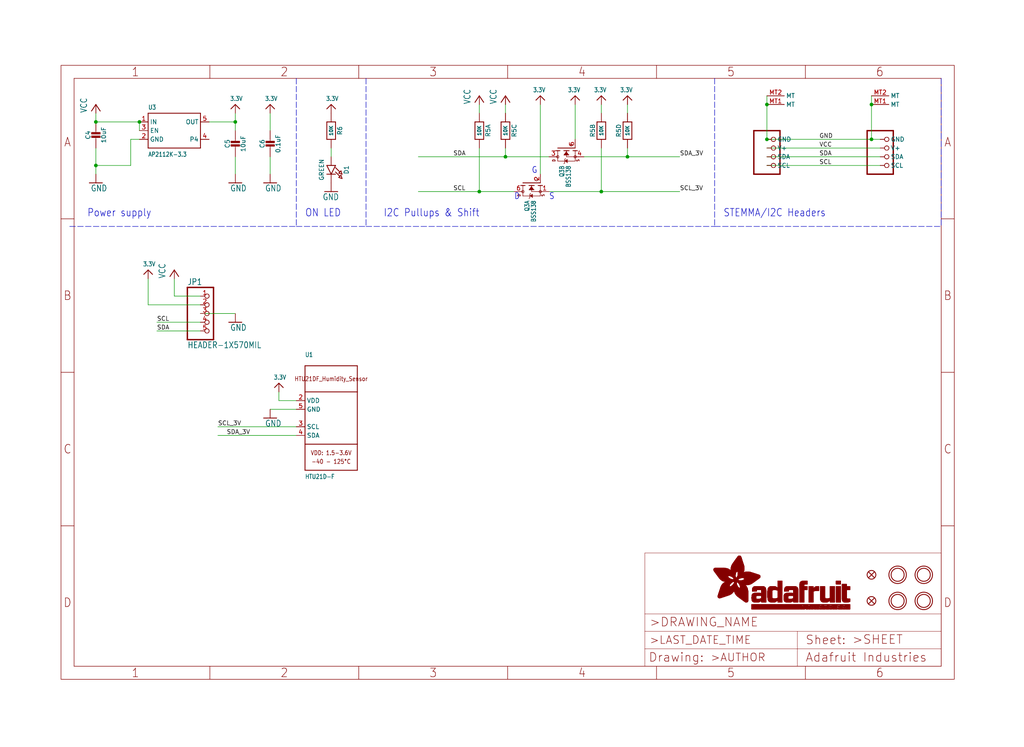
<source format=kicad_sch>
(kicad_sch (version 20211123) (generator eeschema)
  (paper "User" 298.45 217.881)
  (lib_symbols
    (symbol "eagleSchem-eagle-import:3.3V" (power)
      (property "Value" "3.3V" (at -1.524 1.016 0))
      (symbol "3.3V_1_0"
        (pin power_in line (at 0 -2.54 90) (length 2.54) (name "3.3V") (number "1"))
      )
    )
    (symbol "eagleSchem-eagle-import:CAP_CERAMIC0603_NO"
      (property "Reference" "C" (at -2.29 1.25 90))
      (property "Value" "CAP_CERAMIC0603_NO" (at 2.3 1.25 90))
      (symbol "CAP_CERAMIC0603_NO_1_0"
        (pin passive line (at 0 5.08 270) (length 2.54) (name "1") (number "1"))
        (pin passive line (at 0 -2.54 90) (length 2.54) (name "2") (number "2"))
      )
    )
    (symbol "eagleSchem-eagle-import:CAP_CERAMIC0805-NOOUTLINE"
      (property "Reference" "C" (at -2.29 1.25 90))
      (property "Value" "CAP_CERAMIC0805-NOOUTLINE" (at 2.3 1.25 90))
      (symbol "CAP_CERAMIC0805-NOOUTLINE_1_0"
        (pin passive line (at 0 5.08 270) (length 2.54) (name "1") (number "1"))
        (pin passive line (at 0 -2.54 90) (length 2.54) (name "2") (number "2"))
      )
    )
    (symbol "eagleSchem-eagle-import:FIDUCIAL_1MM")
    (symbol "eagleSchem-eagle-import:FRAME_A4_ADAFRUIT"
      (symbol "FRAME_A4_ADAFRUIT_0_0"
        (text "1" (at 21.6958 1.905 0) (effects (font (size 2.54 2.286))))
        (text "1" (at 21.6958 177.165 0) (effects (font (size 2.54 2.286))))
        (text "2" (at 65.0875 1.905 0) (effects (font (size 2.54 2.286))))
        (text "2" (at 65.0875 177.165 0) (effects (font (size 2.54 2.286))))
        (text "3" (at 108.4792 1.905 0) (effects (font (size 2.54 2.286))))
        (text "3" (at 108.4792 177.165 0) (effects (font (size 2.54 2.286))))
        (text "4" (at 151.8708 1.905 0) (effects (font (size 2.54 2.286))))
        (text "4" (at 151.8708 177.165 0) (effects (font (size 2.54 2.286))))
        (text "5" (at 195.2625 1.905 0) (effects (font (size 2.54 2.286))))
        (text "5" (at 195.2625 177.165 0) (effects (font (size 2.54 2.286))))
        (text "6" (at 238.6542 1.905 0) (effects (font (size 2.54 2.286))))
        (text "6" (at 238.6542 177.165 0) (effects (font (size 2.54 2.286))))
        (text "A" (at 1.905 156.6863 0) (effects (font (size 2.54 2.286))))
        (text "A" (at 258.445 156.6863 0) (effects (font (size 2.54 2.286))))
        (text "B" (at 1.905 111.9188 0) (effects (font (size 2.54 2.286))))
        (text "B" (at 258.445 111.9188 0) (effects (font (size 2.54 2.286))))
        (text "C" (at 1.905 67.1513 0) (effects (font (size 2.54 2.286))))
        (text "C" (at 258.445 67.1513 0) (effects (font (size 2.54 2.286))))
        (text "D" (at 1.905 22.3838 0) (effects (font (size 2.54 2.286))))
        (text "D" (at 258.445 22.3838 0) (effects (font (size 2.54 2.286))))
      )
      (symbol "FRAME_A4_ADAFRUIT_1_0"
        (text ">AUTHOR" (at 189.23 5.08 0) (effects (font (size 2.286 2.286)) (justify left bottom)))
        (text ">DRAWING_NAME" (at 171.45 15.24 0) (effects (font (size 2.54 2.54)) (justify left bottom)))
        (text ">LAST_DATE_TIME" (at 171.45 10.16 0) (effects (font (size 2.286 2.286)) (justify left bottom)))
        (text ">SHEET" (at 230.505 10.16 0) (effects (font (size 2.54 2.54)) (justify left bottom)))
        (text "Adafruit Industries" (at 216.916 4.953 0) (effects (font (size 2.54 2.54)) (justify left bottom)))
        (text "Drawing:" (at 171.196 4.953 0) (effects (font (size 2.54 2.54)) (justify left bottom)))
        (text "Sheet:" (at 216.916 10.033 0) (effects (font (size 2.54 2.54)) (justify left bottom)))
      )
    )
    (symbol "eagleSchem-eagle-import:GND" (power)
      (property "Value" "GND" (at -2.54 -2.54 0))
      (symbol "GND_1_0"
        (pin power_in line (at 0 2.54 270) (length 2.54) (name "GND") (number "1"))
      )
    )
    (symbol "eagleSchem-eagle-import:HEADER-1X570MIL"
      (property "Reference" "JP" (at -6.35 8.255 0))
      (property "Value" "HEADER-1X570MIL" (at -6.35 -10.16 0))
      (symbol "HEADER-1X570MIL_1_0"
        (pin passive inverted (at -2.54 5.08 0) (length 2.54) (name "1") (number "1"))
        (pin passive inverted (at -2.54 2.54 0) (length 2.54) (name "2") (number "2"))
        (pin passive inverted (at -2.54 0 0) (length 2.54) (name "3") (number "3"))
        (pin passive inverted (at -2.54 -2.54 0) (length 2.54) (name "4") (number "4"))
        (pin passive inverted (at -2.54 -5.08 0) (length 2.54) (name "5") (number "5"))
      )
    )
    (symbol "eagleSchem-eagle-import:HTU21DF"
      (property "Reference" "U" (at -7.62 17.78 0))
      (property "Value" "HTU21DF" (at -7.62 -17.78 0))
      (symbol "HTU21DF_1_0"
        (text "-40 - 125°C" (at 0 -12.7 0) (effects (font (size 1.27 1.0795))))
        (text "HTU21DF_Humidity_Sensor" (at 0 11.43 0) (effects (font (size 1.27 1.0795))))
        (text "VDD: 1.5-3.6V" (at 0 -10.16 0) (effects (font (size 1.27 1.0795))))
        (pin power_in line (at -10.16 5.08 0) (length 2.54) (name "VDD") (number "2"))
        (pin input line (at -10.16 -2.54 0) (length 2.54) (name "SCL") (number "3"))
        (pin bidirectional line (at -10.16 -5.08 0) (length 2.54) (name "SDA") (number "4"))
        (pin power_in line (at -10.16 2.54 0) (length 2.54) (name "GND") (number "5"))
      )
    )
    (symbol "eagleSchem-eagle-import:LED0603_NOOUTLINE"
      (property "Reference" "D" (at -1.27 4.445 0))
      (property "Value" "LED0603_NOOUTLINE" (at -1.27 -2.794 0))
      (symbol "LED0603_NOOUTLINE_1_0"
        (pin passive line (at -5.08 0 0) (length 2.54) (name "A") (number "A"))
        (pin passive line (at 2.54 0 180) (length 2.54) (name "C") (number "C"))
      )
    )
    (symbol "eagleSchem-eagle-import:MOSFET-N_DUAL"
      (property "Reference" "Q" (at 5.08 0.635 0))
      (property "Value" "MOSFET-N_DUAL" (at 5.08 -1.27 0))
      (symbol "MOSFET-N_DUAL_1_0"
        (text "D" (at 3.175 3.175 0) (effects (font (size 0.8128 0.6908)) (justify left bottom)))
        (text "G" (at -1.27 -1.905 0) (effects (font (size 0.8128 0.6908)) (justify left bottom)))
        (text "S" (at 3.175 -3.81 0) (effects (font (size 0.8128 0.6908)) (justify left bottom)))
        (pin bidirectional line (at 2.54 -5.08 90) (length 2.54) (name "S") (number "1"))
        (pin bidirectional line (at -2.54 -2.54 0) (length 2.54) (name "G") (number "2"))
        (pin bidirectional line (at 2.54 5.08 270) (length 2.54) (name "D") (number "6"))
      )
      (symbol "MOSFET-N_DUAL_2_0"
        (text "D" (at 3.175 3.175 0) (effects (font (size 0.8128 0.6908)) (justify left bottom)))
        (text "G" (at -1.27 -1.905 0) (effects (font (size 0.8128 0.6908)) (justify left bottom)))
        (text "S" (at 3.175 -3.81 0) (effects (font (size 0.8128 0.6908)) (justify left bottom)))
        (pin bidirectional line (at 2.54 5.08 270) (length 2.54) (name "D") (number "3"))
        (pin bidirectional line (at 2.54 -5.08 90) (length 2.54) (name "S") (number "4"))
        (pin bidirectional line (at -2.54 -2.54 0) (length 2.54) (name "G") (number "5"))
      )
    )
    (symbol "eagleSchem-eagle-import:MOUNTINGHOLE2.5")
    (symbol "eagleSchem-eagle-import:RESISTOR_0603_NOOUT"
      (property "Reference" "R" (at 0 2.54 0))
      (property "Value" "RESISTOR_0603_NOOUT" (at 0 0 0))
      (symbol "RESISTOR_0603_NOOUT_1_0"
        (pin passive line (at -5.08 0 0) (length 2.54) (name "1") (number "1"))
        (pin passive line (at 5.08 0 180) (length 2.54) (name "2") (number "2"))
      )
    )
    (symbol "eagleSchem-eagle-import:RESISTOR_4PACK"
      (property "Reference" "R" (at 0 2.54 0))
      (property "Value" "RESISTOR_4PACK" (at 0 0 0))
      (symbol "RESISTOR_4PACK_1_0"
        (pin passive line (at -5.08 0 0) (length 2.54) (name "1") (number "1"))
        (pin passive line (at 5.08 0 180) (length 2.54) (name "2") (number "8"))
      )
      (symbol "RESISTOR_4PACK_2_0"
        (pin passive line (at -5.08 0 0) (length 2.54) (name "1") (number "2"))
        (pin passive line (at 5.08 0 180) (length 2.54) (name "2") (number "7"))
      )
      (symbol "RESISTOR_4PACK_3_0"
        (pin passive line (at -5.08 0 0) (length 2.54) (name "1") (number "3"))
        (pin passive line (at 5.08 0 180) (length 2.54) (name "2") (number "6"))
      )
      (symbol "RESISTOR_4PACK_4_0"
        (pin passive line (at -5.08 0 0) (length 2.54) (name "1") (number "4"))
        (pin passive line (at 5.08 0 180) (length 2.54) (name "2") (number "5"))
      )
    )
    (symbol "eagleSchem-eagle-import:STEMMA_I2C_QT"
      (symbol "STEMMA_I2C_QT_1_0"
        (pin passive inverted (at 0 5.08 0) (length 2.54) (name "GND") (number "1"))
        (pin passive inverted (at 0 2.54 0) (length 2.54) (name "V+") (number "2"))
        (pin passive inverted (at 0 0 0) (length 2.54) (name "SDA") (number "3"))
        (pin passive inverted (at 0 -2.54 0) (length 2.54) (name "SCL") (number "4"))
      )
      (symbol "STEMMA_I2C_QT_2_0"
        (pin bidirectional line (at 0 0 0) (length 5.08) (name "MT") (number "MT1"))
      )
      (symbol "STEMMA_I2C_QT_3_0"
        (pin bidirectional line (at 0 0 0) (length 5.08) (name "MT") (number "MT2"))
      )
    )
    (symbol "eagleSchem-eagle-import:VCC" (power)
      (property "Value" "VCC" (at -2.54 -2.54 90))
      (symbol "VCC_1_0"
        (pin power_in line (at 0 -2.54 90) (length 2.54) (name "VCC") (number "1"))
      )
    )
    (symbol "eagleSchem-eagle-import:VREG_SOT23-5"
      (property "Reference" "U" (at -7.62 6.096 0))
      (property "Value" "VREG_SOT23-5" (at -7.62 -7.62 0))
      (symbol "VREG_SOT23-5_1_0"
        (pin power_in line (at -10.16 2.54 0) (length 2.54) (name "IN") (number "1"))
        (pin power_in line (at -10.16 -2.54 0) (length 2.54) (name "GND") (number "2"))
        (pin input line (at -10.16 0 0) (length 2.54) (name "EN") (number "3"))
        (pin bidirectional line (at 10.16 -2.54 180) (length 2.54) (name "P4") (number "4"))
        (pin power_in line (at 10.16 2.54 180) (length 2.54) (name "OUT") (number "5"))
      )
    )
  )
  (junction (at 254 40.64))
  (junction (at 223.52 40.64))
  (junction (at 40.64 35.56))
  (junction (at 254 30.48))
  (junction (at 27.94 35.56))
  (junction (at 223.52 30.48))
  (junction (at 139.7 55.88))
  (junction (at 147.32 45.72))
  (junction (at 27.94 48.26))
  (junction (at 182.88 45.72))
  (junction (at 68.58 35.56))
  (junction (at 175.26 55.88))
  (wire (pts (xy 139.7 55.88) (xy 121.92 55.88)))
  (wire (pts (xy 58.42 86.36) (xy 50.8 86.36)))
  (wire (pts (xy 58.42 91.44) (xy 68.58 91.44)))
  (polyline (pts (xy 106.68 22.86) (xy 106.68 66.04)))
  (wire (pts (xy 139.7 43.18) (xy 139.7 55.88)))
  (polyline (pts (xy 208.28 66.04) (xy 274.32 66.04)))
  (wire (pts (xy 223.52 43.18) (xy 256.54 43.18)))
  (wire (pts (xy 40.64 38.1) (xy 40.64 35.56)))
  (wire (pts (xy 38.1 40.64) (xy 38.1 48.26)))
  (wire (pts (xy 223.52 30.48) (xy 223.52 40.64)))
  (polyline (pts (xy 20.32 66.04) (xy 86.36 66.04)))
  (wire (pts (xy 60.96 35.56) (xy 68.58 35.56)))
  (wire (pts (xy 254 27.94) (xy 254 30.48)))
  (wire (pts (xy 160.02 45.72) (xy 147.32 45.72)))
  (wire (pts (xy 58.42 88.9) (xy 43.18 88.9)))
  (wire (pts (xy 78.74 33.02) (xy 78.74 38.1)))
  (wire (pts (xy 139.7 30.48) (xy 139.7 33.02)))
  (wire (pts (xy 149.86 55.88) (xy 139.7 55.88)))
  (wire (pts (xy 68.58 45.72) (xy 68.58 50.8)))
  (wire (pts (xy 256.54 40.64) (xy 254 40.64)))
  (polyline (pts (xy 86.36 22.86) (xy 86.36 66.04)))
  (wire (pts (xy 254 30.48) (xy 254 40.64)))
  (wire (pts (xy 40.64 40.64) (xy 38.1 40.64)))
  (wire (pts (xy 256.54 45.72) (xy 223.52 45.72)))
  (wire (pts (xy 223.52 27.94) (xy 223.52 30.48)))
  (wire (pts (xy 182.88 45.72) (xy 198.12 45.72)))
  (polyline (pts (xy 208.28 22.86) (xy 208.28 66.04)))
  (wire (pts (xy 147.32 45.72) (xy 121.92 45.72)))
  (wire (pts (xy 182.88 33.02) (xy 182.88 30.48)))
  (polyline (pts (xy 86.36 66.04) (xy 106.68 66.04)))
  (wire (pts (xy 27.94 33.02) (xy 27.94 35.56)))
  (wire (pts (xy 167.64 40.64) (xy 167.64 30.48)))
  (wire (pts (xy 96.52 45.72) (xy 96.52 43.18)))
  (wire (pts (xy 27.94 48.26) (xy 27.94 43.18)))
  (wire (pts (xy 170.18 45.72) (xy 182.88 45.72)))
  (wire (pts (xy 86.36 116.84) (xy 81.28 116.84)))
  (wire (pts (xy 50.8 86.36) (xy 50.8 81.28)))
  (wire (pts (xy 147.32 43.18) (xy 147.32 45.72)))
  (wire (pts (xy 157.48 50.8) (xy 157.48 30.48)))
  (wire (pts (xy 63.5 127) (xy 86.36 127)))
  (wire (pts (xy 86.36 124.46) (xy 63.5 124.46)))
  (polyline (pts (xy 106.68 66.04) (xy 208.28 66.04)))
  (wire (pts (xy 43.18 88.9) (xy 43.18 81.28)))
  (wire (pts (xy 160.02 55.88) (xy 175.26 55.88)))
  (wire (pts (xy 175.26 33.02) (xy 175.26 30.48)))
  (wire (pts (xy 38.1 48.26) (xy 27.94 48.26)))
  (wire (pts (xy 86.36 119.38) (xy 78.74 119.38)))
  (polyline (pts (xy 274.32 22.86) (xy 274.32 66.04)))
  (wire (pts (xy 68.58 35.56) (xy 68.58 38.1)))
  (wire (pts (xy 254 40.64) (xy 223.52 40.64)))
  (wire (pts (xy 175.26 55.88) (xy 198.12 55.88)))
  (wire (pts (xy 78.74 45.72) (xy 78.74 50.8)))
  (wire (pts (xy 68.58 35.56) (xy 68.58 33.02)))
  (wire (pts (xy 40.64 35.56) (xy 27.94 35.56)))
  (wire (pts (xy 81.28 116.84) (xy 81.28 114.3)))
  (wire (pts (xy 223.52 48.26) (xy 256.54 48.26)))
  (wire (pts (xy 27.94 48.26) (xy 27.94 50.8)))
  (wire (pts (xy 175.26 43.18) (xy 175.26 55.88)))
  (wire (pts (xy 147.32 33.02) (xy 147.32 30.48)))
  (wire (pts (xy 58.42 93.98) (xy 45.72 93.98)))
  (wire (pts (xy 182.88 43.18) (xy 182.88 45.72)))
  (wire (pts (xy 58.42 96.52) (xy 45.72 96.52)))
  (text "Power supply" (at 25.4 63.5 180) (effects (font (size 2.1844 1.8567)) (justify left bottom)))
  (text "D" (at 149.86 58.42 180) (effects (font (size 1.778 1.5113)) (justify left bottom)))
  (text "G" (at 154.94 50.8 180) (effects (font (size 1.778 1.5113)) (justify left bottom)))
  (text "S" (at 160.02 58.42 180) (effects (font (size 1.778 1.5113)) (justify left bottom)))
  (text "STEMMA/I2C Headers" (at 210.82 63.5 180) (effects (font (size 2.1844 1.8567)) (justify left bottom)))
  (text "I2C Pullups & Shift" (at 111.76 63.5 180) (effects (font (size 2.1844 1.8567)) (justify left bottom)))
  (text "ON LED" (at 88.9 63.5 180) (effects (font (size 2.1844 1.8567)) (justify left bottom)))
  (label "SCL" (at 45.72 93.98 0) (effects (font (size 1.2446 1.2446))))
  (label "SDA_3V" (at 66.04 127 0) (effects (font (size 1.2446 1.2446))))
  (label "SDA" (at 238.76 45.72 0) (effects (font (size 1.2446 1.2446))))
  (label "SCL" (at 132.08 55.88 0) (effects (font (size 1.2446 1.2446))))
  (label "SCL_3V" (at 63.5 124.46 0) (effects (font (size 1.2446 1.2446))))
  (label "SDA_3V" (at 198.12 45.72 0) (effects (font (size 1.2446 1.2446))))
  (label "VCC" (at 238.76 43.18 0) (effects (font (size 1.2446 1.2446))))
  (label "SDA" (at 132.08 45.72 0) (effects (font (size 1.2446 1.2446))))
  (label "GND" (at 238.76 40.64 0) (effects (font (size 1.2446 1.2446))))
  (label "SCL_3V" (at 198.12 55.88 0) (effects (font (size 1.2446 1.2446))))
  (label "SCL" (at 238.76 48.26 0) (effects (font (size 1.2446 1.2446))))
  (label "SDA" (at 45.72 96.52 0) (effects (font (size 1.2446 1.2446))))
  (symbol (lib_id "eagleSchem-eagle-import:STEMMA_I2C_QT") (at 223.52 30.48 0) (unit 2)
    (property "Reference" "CONN3" (effects hide))
    (property "Value" "STEMMA_I2C_QT" (effects hide))
    (property "Footprint" "eagleSchem:JST_SH4" (effects hide))
  )
  (symbol (lib_id "eagleSchem-eagle-import:RESISTOR_4PACK") (at 147.32 38.1 270) (unit 3)
    (property "Reference" "R5" (at 149.86 38.1 0))
    (property "Value" "10K" (at 147.32 38.1 0) (effects (font (size 1.016 1.016) bold)))
    (property "Footprint" "eagleSchem:RESPACK_4X0603" (effects hide))
  )
  (symbol (lib_id "eagleSchem-eagle-import:HEADER-1X570MIL") (at 60.96 91.44 0) (unit 1)
    (property "Reference" "JP1" (at 54.61 83.185 0) (effects (font (size 1.778 1.5113)) (justify left bottom)))
    (property "Value" "HEADER-1X570MIL" (at 54.61 101.6 0) (effects (font (size 1.778 1.5113)) (justify left bottom)))
    (property "Footprint" "eagleSchem:1X05_ROUND_70" (effects hide))
  )
  (symbol (lib_id "eagleSchem-eagle-import:GND") (at 78.74 53.34 0) (unit 1)
    (property "Reference" "#U$12" (effects hide))
    (property "Value" "GND" (at 77.216 55.88 0) (effects (font (size 1.778 1.5113)) (justify left bottom)))
    (property "Footprint" "eagleSchem:" (effects hide))
  )
  (symbol (lib_id "eagleSchem-eagle-import:LED0603_NOOUTLINE") (at 96.52 50.8 270) (unit 1)
    (property "Reference" "D1" (at 100.965 49.53 0))
    (property "Value" "GREEN" (at 93.726 49.53 0))
    (property "Footprint" "eagleSchem:CHIPLED_0603_NOOUTLINE" (effects hide))
  )
  (symbol (lib_id "eagleSchem-eagle-import:FRAME_A4_ADAFRUIT") (at 17.78 198.12 0) (unit 1)
    (property "Reference" "#U$21" (effects hide))
    (property "Value" "FRAME_A4_ADAFRUIT" (effects hide))
    (property "Footprint" "eagleSchem:" (effects hide))
  )
  (symbol (lib_id "eagleSchem-eagle-import:RESISTOR_4PACK") (at 182.88 38.1 90) (mirror x) (unit 4)
    (property "Reference" "R5" (at 180.34 38.1 0))
    (property "Value" "10K" (at 182.88 38.1 0) (effects (font (size 1.016 1.016) bold)))
    (property "Footprint" "eagleSchem:RESPACK_4X0603" (effects hide))
  )
  (symbol (lib_id "eagleSchem-eagle-import:CAP_CERAMIC0805-NOOUTLINE") (at 27.94 40.64 0) (unit 1)
    (property "Reference" "C4" (at 25.65 39.39 90))
    (property "Value" "10uF" (at 30.24 39.39 90))
    (property "Footprint" "eagleSchem:0805-NO" (effects hide))
  )
  (symbol (lib_id "eagleSchem-eagle-import:CAP_CERAMIC0805-NOOUTLINE") (at 68.58 43.18 0) (unit 1)
    (property "Reference" "C5" (at 66.29 41.93 90))
    (property "Value" "10uF" (at 70.88 41.93 90))
    (property "Footprint" "eagleSchem:0805-NO" (effects hide))
  )
  (symbol (lib_id "eagleSchem-eagle-import:MOUNTINGHOLE2.5") (at 261.62 175.26 0) (unit 1)
    (property "Reference" "U$19" (effects hide))
    (property "Value" "MOUNTINGHOLE2.5" (effects hide))
    (property "Footprint" "eagleSchem:MOUNTINGHOLE_2.5_PLATED" (effects hide))
  )
  (symbol (lib_id "eagleSchem-eagle-import:STEMMA_I2C_QT") (at 223.52 45.72 0) (unit 1)
    (property "Reference" "CONN3" (effects hide))
    (property "Value" "STEMMA_I2C_QT" (effects hide))
    (property "Footprint" "eagleSchem:JST_SH4" (effects hide))
  )
  (symbol (lib_id "eagleSchem-eagle-import:VCC") (at 50.8 78.74 0) (unit 1)
    (property "Reference" "#P+8" (effects hide))
    (property "Value" "VCC" (at 48.26 81.28 90) (effects (font (size 1.778 1.5113)) (justify left bottom)))
    (property "Footprint" "eagleSchem:" (effects hide))
  )
  (symbol (lib_id "eagleSchem-eagle-import:VCC") (at 27.94 30.48 0) (unit 1)
    (property "Reference" "#P+7" (effects hide))
    (property "Value" "VCC" (at 25.4 33.02 90) (effects (font (size 1.778 1.5113)) (justify left bottom)))
    (property "Footprint" "eagleSchem:" (effects hide))
  )
  (symbol (lib_id "eagleSchem-eagle-import:STEMMA_I2C_QT") (at 254 30.48 0) (unit 2)
    (property "Reference" "CONN4" (effects hide))
    (property "Value" "STEMMA_I2C_QT" (effects hide))
    (property "Footprint" "eagleSchem:JST_SH4" (effects hide))
  )
  (symbol (lib_id "eagleSchem-eagle-import:STEMMA_I2C_QT") (at 256.54 45.72 0) (unit 1)
    (property "Reference" "CONN4" (effects hide))
    (property "Value" "STEMMA_I2C_QT" (effects hide))
    (property "Footprint" "eagleSchem:JST_SH4" (effects hide))
  )
  (symbol (lib_id "eagleSchem-eagle-import:FIDUCIAL_1MM") (at 254 175.26 0) (unit 1)
    (property "Reference" "FID3" (effects hide))
    (property "Value" "FIDUCIAL_1MM" (effects hide))
    (property "Footprint" "eagleSchem:FIDUCIAL_1MM" (effects hide))
  )
  (symbol (lib_id "eagleSchem-eagle-import:HTU21DF") (at 96.52 121.92 0) (unit 1)
    (property "Reference" "U1" (at 88.9 104.14 0) (effects (font (size 1.27 1.0795)) (justify left bottom)))
    (property "Value" "HTU21D-F" (at 88.9 139.7 0) (effects (font (size 1.27 1.0795)) (justify left bottom)))
    (property "Footprint" "eagleSchem:HTU21DF" (effects hide))
  )
  (symbol (lib_id "eagleSchem-eagle-import:VREG_SOT23-5") (at 50.8 38.1 0) (unit 1)
    (property "Reference" "U3" (at 43.18 32.004 0) (effects (font (size 1.27 1.0795)) (justify left bottom)))
    (property "Value" "AP2112K-3.3" (at 43.18 45.72 0) (effects (font (size 1.27 1.0795)) (justify left bottom)))
    (property "Footprint" "eagleSchem:SOT23-5" (effects hide))
  )
  (symbol (lib_id "eagleSchem-eagle-import:RESISTOR_4PACK") (at 175.26 38.1 90) (mirror x) (unit 2)
    (property "Reference" "R5" (at 172.72 38.1 0))
    (property "Value" "10K" (at 175.26 38.1 0) (effects (font (size 1.016 1.016) bold)))
    (property "Footprint" "eagleSchem:RESPACK_4X0603" (effects hide))
  )
  (symbol (lib_id "eagleSchem-eagle-import:3.3V") (at 175.26 27.94 0) (mirror y) (unit 1)
    (property "Reference" "#U$24" (effects hide))
    (property "Value" "3.3V" (at 176.784 26.924 0) (effects (font (size 1.27 1.0795)) (justify left bottom)))
    (property "Footprint" "eagleSchem:" (effects hide))
  )
  (symbol (lib_id "eagleSchem-eagle-import:3.3V") (at 81.28 111.76 0) (unit 1)
    (property "Reference" "#U$4" (effects hide))
    (property "Value" "3.3V" (at 79.756 110.744 0) (effects (font (size 1.27 1.0795)) (justify left bottom)))
    (property "Footprint" "eagleSchem:" (effects hide))
  )
  (symbol (lib_id "eagleSchem-eagle-import:GND") (at 78.74 121.92 0) (unit 1)
    (property "Reference" "#U$5" (effects hide))
    (property "Value" "GND" (at 77.216 124.46 0) (effects (font (size 1.778 1.5113)) (justify left bottom)))
    (property "Footprint" "eagleSchem:" (effects hide))
  )
  (symbol (lib_id "eagleSchem-eagle-import:GND") (at 27.94 53.34 0) (unit 1)
    (property "Reference" "#U$13" (effects hide))
    (property "Value" "GND" (at 26.416 55.88 0) (effects (font (size 1.778 1.5113)) (justify left bottom)))
    (property "Footprint" "eagleSchem:" (effects hide))
  )
  (symbol (lib_id "eagleSchem-eagle-import:3.3V") (at 182.88 27.94 0) (mirror y) (unit 1)
    (property "Reference" "#U$17" (effects hide))
    (property "Value" "3.3V" (at 184.404 26.924 0) (effects (font (size 1.27 1.0795)) (justify left bottom)))
    (property "Footprint" "eagleSchem:" (effects hide))
  )
  (symbol (lib_id "eagleSchem-eagle-import:MOUNTINGHOLE2.5") (at 269.24 167.64 0) (unit 1)
    (property "Reference" "U$22" (effects hide))
    (property "Value" "MOUNTINGHOLE2.5" (effects hide))
    (property "Footprint" "eagleSchem:MOUNTINGHOLE_2.5_PLATED" (effects hide))
  )
  (symbol (lib_id "eagleSchem-eagle-import:RESISTOR_4PACK") (at 139.7 38.1 270) (unit 1)
    (property "Reference" "R5" (at 142.24 38.1 0))
    (property "Value" "10K" (at 139.7 38.1 0) (effects (font (size 1.016 1.016) bold)))
    (property "Footprint" "eagleSchem:RESPACK_4X0603" (effects hide))
  )
  (symbol (lib_id "eagleSchem-eagle-import:STEMMA_I2C_QT") (at 254 27.94 0) (unit 3)
    (property "Reference" "CONN4" (effects hide))
    (property "Value" "STEMMA_I2C_QT" (effects hide))
    (property "Footprint" "eagleSchem:JST_SH4" (effects hide))
  )
  (symbol (lib_id "eagleSchem-eagle-import:STEMMA_I2C_QT") (at 223.52 27.94 0) (unit 3)
    (property "Reference" "CONN3" (effects hide))
    (property "Value" "STEMMA_I2C_QT" (effects hide))
    (property "Footprint" "eagleSchem:JST_SH4" (effects hide))
  )
  (symbol (lib_id "eagleSchem-eagle-import:GND") (at 68.58 53.34 0) (unit 1)
    (property "Reference" "#U$11" (effects hide))
    (property "Value" "GND" (at 67.056 55.88 0) (effects (font (size 1.778 1.5113)) (justify left bottom)))
    (property "Footprint" "eagleSchem:" (effects hide))
  )
  (symbol (lib_id "eagleSchem-eagle-import:3.3V") (at 78.74 30.48 0) (unit 1)
    (property "Reference" "#U$15" (effects hide))
    (property "Value" "3.3V" (at 77.216 29.464 0) (effects (font (size 1.27 1.0795)) (justify left bottom)))
    (property "Footprint" "eagleSchem:" (effects hide))
  )
  (symbol (lib_id "eagleSchem-eagle-import:MOUNTINGHOLE2.5") (at 261.62 167.64 0) (unit 1)
    (property "Reference" "U$20" (effects hide))
    (property "Value" "MOUNTINGHOLE2.5" (effects hide))
    (property "Footprint" "eagleSchem:MOUNTINGHOLE_2.5_PLATED" (effects hide))
  )
  (symbol (lib_id "eagleSchem-eagle-import:CAP_CERAMIC0603_NO") (at 78.74 43.18 0) (unit 1)
    (property "Reference" "C6" (at 76.45 41.93 90))
    (property "Value" "0.1uF" (at 81.04 41.93 90))
    (property "Footprint" "eagleSchem:0603-NO" (effects hide))
  )
  (symbol (lib_id "eagleSchem-eagle-import:GND") (at 68.58 93.98 0) (unit 1)
    (property "Reference" "#U$14" (effects hide))
    (property "Value" "GND" (at 67.056 96.52 0) (effects (font (size 1.778 1.5113)) (justify left bottom)))
    (property "Footprint" "eagleSchem:" (effects hide))
  )
  (symbol (lib_id "eagleSchem-eagle-import:3.3V") (at 43.18 78.74 0) (unit 1)
    (property "Reference" "#U$18" (effects hide))
    (property "Value" "3.3V" (at 41.656 77.724 0) (effects (font (size 1.27 1.0795)) (justify left bottom)))
    (property "Footprint" "eagleSchem:" (effects hide))
  )
  (symbol (lib_id "eagleSchem-eagle-import:RESISTOR_0603_NOOUT") (at 96.52 38.1 270) (unit 1)
    (property "Reference" "R6" (at 99.06 38.1 0))
    (property "Value" "10K" (at 96.52 38.1 0) (effects (font (size 1.016 1.016) bold)))
    (property "Footprint" "eagleSchem:0603-NO" (effects hide))
  )
  (symbol (lib_id "eagleSchem-eagle-import:VCC") (at 139.7 27.94 0) (unit 1)
    (property "Reference" "#P+5" (effects hide))
    (property "Value" "VCC" (at 137.16 30.48 90) (effects (font (size 1.778 1.5113)) (justify left bottom)))
    (property "Footprint" "eagleSchem:" (effects hide))
  )
  (symbol (lib_id "eagleSchem-eagle-import:MOSFET-N_DUAL") (at 154.94 53.34 90) (mirror x) (unit 1)
    (property "Reference" "Q3" (at 154.305 58.42 0) (effects (font (size 1.27 1.0795)) (justify left bottom)))
    (property "Value" "BSS138" (at 156.21 58.42 0) (effects (font (size 1.27 1.0795)) (justify left bottom)))
    (property "Footprint" "eagleSchem:SOT363" (effects hide))
  )
  (symbol (lib_id "eagleSchem-eagle-import:MOSFET-N_DUAL") (at 165.1 43.18 90) (mirror x) (unit 2)
    (property "Reference" "Q3" (at 164.465 48.26 0) (effects (font (size 1.27 1.0795)) (justify left bottom)))
    (property "Value" "BSS138" (at 166.37 48.26 0) (effects (font (size 1.27 1.0795)) (justify left bottom)))
    (property "Footprint" "eagleSchem:SOT363" (effects hide))
  )
  (symbol (lib_id "eagleSchem-eagle-import:FIDUCIAL_1MM") (at 254 167.64 0) (unit 1)
    (property "Reference" "FID4" (effects hide))
    (property "Value" "FIDUCIAL_1MM" (effects hide))
    (property "Footprint" "eagleSchem:FIDUCIAL_1MM" (effects hide))
  )
  (symbol (lib_id "eagleSchem-eagle-import:3.3V") (at 96.52 30.48 0) (unit 1)
    (property "Reference" "#U$27" (effects hide))
    (property "Value" "3.3V" (at 94.996 29.464 0) (effects (font (size 1.27 1.0795)) (justify left bottom)))
    (property "Footprint" "eagleSchem:" (effects hide))
  )
  (symbol (lib_id "eagleSchem-eagle-import:3.3V") (at 167.64 27.94 0) (mirror y) (unit 1)
    (property "Reference" "#U$23" (effects hide))
    (property "Value" "3.3V" (at 169.164 26.924 0) (effects (font (size 1.27 1.0795)) (justify left bottom)))
    (property "Footprint" "eagleSchem:" (effects hide))
  )
  (symbol (lib_id "eagleSchem-eagle-import:GND") (at 96.52 55.88 0) (unit 1)
    (property "Reference" "#GND6" (effects hide))
    (property "Value" "GND" (at 93.98 58.42 0) (effects (font (size 1.778 1.5113)) (justify left bottom)))
    (property "Footprint" "eagleSchem:" (effects hide))
  )
  (symbol (lib_id "eagleSchem-eagle-import:3.3V") (at 68.58 30.48 0) (unit 1)
    (property "Reference" "#U$16" (effects hide))
    (property "Value" "3.3V" (at 67.056 29.464 0) (effects (font (size 1.27 1.0795)) (justify left bottom)))
    (property "Footprint" "eagleSchem:" (effects hide))
  )
  (symbol (lib_id "eagleSchem-eagle-import:3.3V") (at 157.48 27.94 0) (mirror y) (unit 1)
    (property "Reference" "#U$26" (effects hide))
    (property "Value" "3.3V" (at 159.004 26.924 0) (effects (font (size 1.27 1.0795)) (justify left bottom)))
    (property "Footprint" "eagleSchem:" (effects hide))
  )
  (symbol (lib_id "eagleSchem-eagle-import:VCC") (at 147.32 27.94 0) (unit 1)
    (property "Reference" "#P+6" (effects hide))
    (property "Value" "VCC" (at 144.78 30.48 90) (effects (font (size 1.778 1.5113)) (justify left bottom)))
    (property "Footprint" "eagleSchem:" (effects hide))
  )
  (symbol (lib_id "eagleSchem-eagle-import:MOUNTINGHOLE2.5") (at 269.24 175.26 0) (unit 1)
    (property "Reference" "U$25" (effects hide))
    (property "Value" "MOUNTINGHOLE2.5" (effects hide))
    (property "Footprint" "eagleSchem:MOUNTINGHOLE_2.5_PLATED" (effects hide))
  )
)
</source>
